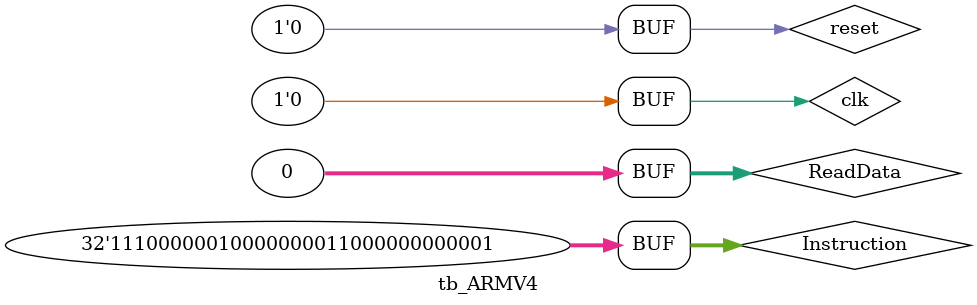
<source format=sv>
module tb_ARMV4();
	logic clk, reset = 0;
	logic [31:0] Instruction;
	logic MemWrite;
	logic [31:0] ALUResult, WriteData; 
	logic [31:0] ReadData;
	// instantiate device to be tested 
	ARMV4 dut(clk, reset, Instruction,ReadData, MemWrite, ALUResult, WriteData);
	// initialize test
	
	always 
		begin 
			reset <= 0;
			clk <= 1; 
			# 5;
			clk <= 0; 
			# 5;
		
		end
	initial
		begin
			reset <= 0;
			//ADD R0, R1, #42
			//313029282726252423222120191817161514131211109876543210
			//1 1 1 0 0 0 1 0 1 0 0 0 0 0 0 1 0 0 0 0 0 0 0000101010
		   Instruction<= 32'b11100010100000010000000000101010;
		   ReadData   <= 0;
			# 10; 
			
			//ADD R1, R1, #5
			//11100010100000010001000000000101
		   Instruction<= 32'b11100010100000010001000000000101;
		   ReadData   <= 0;
			# 10; 
			
			//SUB R2, R0, #4
			//11100010010000000010000000000100
		   Instruction<= 32'b11100010010000000010000000000100;
		   ReadData   <= 0;
			# 10; 
			
			//SUB R3, R0, R1
			//11100000010000000011000000000001
		   Instruction<= 32'b11100000010000000011000000000001;
		   ReadData   <= 0;
			# 10; 
		end
		



endmodule

</source>
